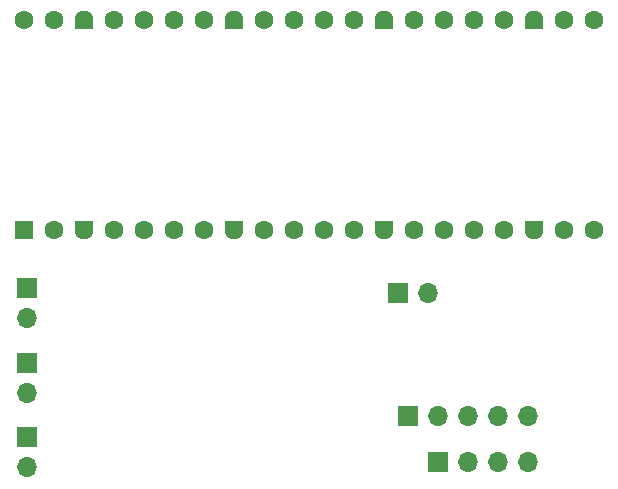
<source format=gbs>
G04 #@! TF.GenerationSoftware,KiCad,Pcbnew,9.0.0*
G04 #@! TF.CreationDate,2025-02-22T21:13:36-05:00*
G04 #@! TF.ProjectId,pico2-test-mule,7069636f-322d-4746-9573-742d6d756c65,v0.2.0*
G04 #@! TF.SameCoordinates,Original*
G04 #@! TF.FileFunction,Soldermask,Bot*
G04 #@! TF.FilePolarity,Negative*
%FSLAX46Y46*%
G04 Gerber Fmt 4.6, Leading zero omitted, Abs format (unit mm)*
G04 Created by KiCad (PCBNEW 9.0.0) date 2025-02-22 21:13:36*
%MOMM*%
%LPD*%
G01*
G04 APERTURE LIST*
G04 Aperture macros list*
%AMRoundRect*
0 Rectangle with rounded corners*
0 $1 Rounding radius*
0 $2 $3 $4 $5 $6 $7 $8 $9 X,Y pos of 4 corners*
0 Add a 4 corners polygon primitive as box body*
4,1,4,$2,$3,$4,$5,$6,$7,$8,$9,$2,$3,0*
0 Add four circle primitives for the rounded corners*
1,1,$1+$1,$2,$3*
1,1,$1+$1,$4,$5*
1,1,$1+$1,$6,$7*
1,1,$1+$1,$8,$9*
0 Add four rect primitives between the rounded corners*
20,1,$1+$1,$2,$3,$4,$5,0*
20,1,$1+$1,$4,$5,$6,$7,0*
20,1,$1+$1,$6,$7,$8,$9,0*
20,1,$1+$1,$8,$9,$2,$3,0*%
%AMFreePoly0*
4,1,37,0.603843,0.796157,0.639018,0.796157,0.711114,0.766294,0.766294,0.711114,0.796157,0.639018,0.796157,0.603843,0.800000,0.600000,0.800000,-0.600000,0.796157,-0.603843,0.796157,-0.639018,0.766294,-0.711114,0.711114,-0.766294,0.639018,-0.796157,0.603843,-0.796157,0.600000,-0.800000,0.000000,-0.800000,0.000000,-0.796148,-0.078414,-0.796148,-0.232228,-0.765552,-0.377117,-0.705537,
-0.507515,-0.618408,-0.618408,-0.507515,-0.705537,-0.377117,-0.765552,-0.232228,-0.796148,-0.078414,-0.796148,0.078414,-0.765552,0.232228,-0.705537,0.377117,-0.618408,0.507515,-0.507515,0.618408,-0.377117,0.705537,-0.232228,0.765552,-0.078414,0.796148,0.000000,0.796148,0.000000,0.800000,0.600000,0.800000,0.603843,0.796157,0.603843,0.796157,$1*%
%AMFreePoly1*
4,1,37,0.000000,0.796148,0.078414,0.796148,0.232228,0.765552,0.377117,0.705537,0.507515,0.618408,0.618408,0.507515,0.705537,0.377117,0.765552,0.232228,0.796148,0.078414,0.796148,-0.078414,0.765552,-0.232228,0.705537,-0.377117,0.618408,-0.507515,0.507515,-0.618408,0.377117,-0.705537,0.232228,-0.765552,0.078414,-0.796148,0.000000,-0.796148,0.000000,-0.800000,-0.600000,-0.800000,
-0.603843,-0.796157,-0.639018,-0.796157,-0.711114,-0.766294,-0.766294,-0.711114,-0.796157,-0.639018,-0.796157,-0.603843,-0.800000,-0.600000,-0.800000,0.600000,-0.796157,0.603843,-0.796157,0.639018,-0.766294,0.711114,-0.711114,0.766294,-0.639018,0.796157,-0.603843,0.796157,-0.600000,0.800000,0.000000,0.800000,0.000000,0.796148,0.000000,0.796148,$1*%
G04 Aperture macros list end*
%ADD10R,1.700000X1.700000*%
%ADD11O,1.700000X1.700000*%
%ADD12RoundRect,0.200000X0.600000X-0.600000X0.600000X0.600000X-0.600000X0.600000X-0.600000X-0.600000X0*%
%ADD13C,1.600000*%
%ADD14FreePoly0,90.000000*%
%ADD15FreePoly1,90.000000*%
G04 APERTURE END LIST*
D10*
G04 #@! TO.C,J4*
X36960000Y-39285000D03*
D11*
X39500000Y-39285000D03*
X42040000Y-39285000D03*
X44580000Y-39285000D03*
G04 #@! TD*
D12*
G04 #@! TO.C,U7*
X1932500Y-19690000D03*
D13*
X4472500Y-19690000D03*
D14*
X7012500Y-19690000D03*
D13*
X9552500Y-19690000D03*
X12092500Y-19690000D03*
X14632500Y-19690000D03*
X17172500Y-19690000D03*
D14*
X19712500Y-19690000D03*
D13*
X22252500Y-19690000D03*
X24792500Y-19690000D03*
X27332500Y-19690000D03*
X29872500Y-19690000D03*
D14*
X32412500Y-19690000D03*
D13*
X34952500Y-19690000D03*
X37492500Y-19690000D03*
X40032500Y-19690000D03*
X42572500Y-19690000D03*
D14*
X45112500Y-19690000D03*
D13*
X47652500Y-19690000D03*
X50192500Y-19690000D03*
X50192500Y-1910000D03*
X47652500Y-1910000D03*
D15*
X45112500Y-1910000D03*
D13*
X42572500Y-1910000D03*
X40032500Y-1910000D03*
X37492500Y-1910000D03*
X34952500Y-1910000D03*
D15*
X32412500Y-1910000D03*
D13*
X29872500Y-1910000D03*
X27332500Y-1910000D03*
X24792500Y-1910000D03*
X22252500Y-1910000D03*
D15*
X19712500Y-1910000D03*
D13*
X17172500Y-1910000D03*
X14632500Y-1910000D03*
X12092500Y-1910000D03*
X9552500Y-1910000D03*
D15*
X7012500Y-1910000D03*
D13*
X4472500Y-1910000D03*
X1932500Y-1910000D03*
G04 #@! TD*
D10*
G04 #@! TO.C,J2*
X2150000Y-37200000D03*
D11*
X2150000Y-39740000D03*
G04 #@! TD*
D10*
G04 #@! TO.C,J6*
X2150000Y-30900000D03*
D11*
X2150000Y-33440000D03*
G04 #@! TD*
D10*
G04 #@! TO.C,J8*
X33625000Y-24950000D03*
D11*
X36165000Y-24950000D03*
G04 #@! TD*
D10*
G04 #@! TO.C,J7*
X34410000Y-35400000D03*
D11*
X36950000Y-35400000D03*
X39490000Y-35400000D03*
X42030000Y-35400000D03*
X44570000Y-35400000D03*
G04 #@! TD*
D10*
G04 #@! TO.C,J5*
X2150000Y-24550000D03*
D11*
X2150000Y-27090000D03*
G04 #@! TD*
M02*

</source>
